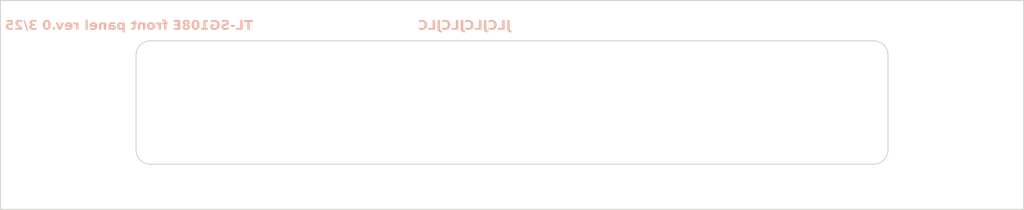
<source format=kicad_pcb>
(kicad_pcb
	(version 20241229)
	(generator "pcbnew")
	(generator_version "9.0")
	(general
		(thickness 1.6)
		(legacy_teardrops no)
	)
	(paper "A4")
	(layers
		(0 "F.Cu" signal)
		(2 "B.Cu" signal)
		(9 "F.Adhes" user "F.Adhesive")
		(11 "B.Adhes" user "B.Adhesive")
		(13 "F.Paste" user)
		(15 "B.Paste" user)
		(5 "F.SilkS" user "F.Silkscreen")
		(7 "B.SilkS" user "B.Silkscreen")
		(1 "F.Mask" user)
		(3 "B.Mask" user)
		(17 "Dwgs.User" user "User.Drawings")
		(19 "Cmts.User" user "User.Comments")
		(21 "Eco1.User" user "User.Eco1")
		(23 "Eco2.User" user "User.Eco2")
		(25 "Edge.Cuts" user)
		(27 "Margin" user)
		(31 "F.CrtYd" user "F.Courtyard")
		(29 "B.CrtYd" user "B.Courtyard")
		(35 "F.Fab" user)
		(33 "B.Fab" user)
		(39 "User.1" user)
		(41 "User.2" user)
		(43 "User.3" user)
		(45 "User.4" user)
		(47 "User.5" user)
		(49 "User.6" user)
		(51 "User.7" user)
		(53 "User.8" user)
		(55 "User.9" user)
	)
	(setup
		(pad_to_mask_clearance 0)
		(allow_soldermask_bridges_in_footprints no)
		(tenting front back)
		(pcbplotparams
			(layerselection 0x00000000_00000000_55555555_5755f5ff)
			(plot_on_all_layers_selection 0x00000000_00000000_00000000_00000000)
			(disableapertmacros no)
			(usegerberextensions no)
			(usegerberattributes yes)
			(usegerberadvancedattributes yes)
			(creategerberjobfile yes)
			(dashed_line_dash_ratio 12.000000)
			(dashed_line_gap_ratio 3.000000)
			(svgprecision 4)
			(plotframeref no)
			(mode 1)
			(useauxorigin no)
			(hpglpennumber 1)
			(hpglpenspeed 20)
			(hpglpendiameter 15.000000)
			(pdf_front_fp_property_popups yes)
			(pdf_back_fp_property_popups yes)
			(pdf_metadata yes)
			(pdf_single_document no)
			(dxfpolygonmode yes)
			(dxfimperialunits yes)
			(dxfusepcbnewfont yes)
			(psnegative no)
			(psa4output no)
			(plot_black_and_white yes)
			(plotinvisibletext no)
			(sketchpadsonfab no)
			(plotpadnumbers no)
			(hidednponfab no)
			(sketchdnponfab yes)
			(crossoutdnponfab yes)
			(subtractmaskfromsilk no)
			(outputformat 1)
			(mirror no)
			(drillshape 1)
			(scaleselection 1)
			(outputdirectory "")
		)
	)
	(net 0 "")
	(gr_line
		(start 77.5 89.5)
		(end 229.5 89.5)
		(stroke
			(width 0.2)
			(type solid)
		)
		(layer "Edge.Cuts")
		(uuid "3a231338-51fd-48c2-8f3c-75ea162fdd3c")
	)
	(gr_line
		(start 232.5 92.5)
		(end 232.5 112.5)
		(stroke
			(width 0.2)
			(type solid)
		)
		(layer "Edge.Cuts")
		(uuid "3b6a72d6-ba83-48cf-a2c3-9233df07d41d")
	)
	(gr_arc
		(start 74.5 92.5)
		(mid 75.37868 90.37868)
		(end 77.5 89.5)
		(stroke
			(width 0.2)
			(type solid)
		)
		(layer "Edge.Cuts")
		(uuid "591209c1-cc75-4c32-9b83-180ff8418a89")
	)
	(gr_line
		(start 229.5 115.5)
		(end 77.5 115.5)
		(stroke
			(width 0.2)
			(type solid)
		)
		(layer "Edge.Cuts")
		(uuid "64992a08-dbad-4b9e-a456-01d4d3e79c04")
	)
	(gr_arc
		(start 229.5 89.5)
		(mid 231.62132 90.37868)
		(end 232.5 92.5)
		(stroke
			(width 0.2)
			(type solid)
		)
		(layer "Edge.Cuts")
		(uuid "7a77fde8-3f2b-4c84-87f1-7e25ac32032b")
	)
	(gr_arc
		(start 232.5 112.5)
		(mid 231.62132 114.62132)
		(end 229.5 115.5)
		(stroke
			(width 0.2)
			(type solid)
		)
		(layer "Edge.Cuts")
		(uuid "8daf9ea8-a908-4bd2-aa3a-5425b6cba689")
	)
	(gr_line
		(start 74.5 112.5)
		(end 74.5 92.5)
		(stroke
			(width 0.2)
			(type solid)
		)
		(layer "Edge.Cuts")
		(uuid "a5ad0817-5d26-450d-b161-bfa2c9d4daff")
	)
	(gr_arc
		(start 77.5 115.5)
		(mid 75.37868 114.62132)
		(end 74.5 112.5)
		(stroke
			(width 0.2)
			(type solid)
		)
		(layer "Edge.Cuts")
		(uuid "af7ca018-40c0-4434-a758-16999db11a2d")
	)
	(gr_rect
		(start 46 81)
		(end 261 125)
		(stroke
			(width 0.2)
			(type default)
		)
		(fill no)
		(layer "Edge.Cuts")
		(uuid "f1610e0e-2a58-46c0-be87-f390332966f8")
	)
	(gr_text "TL-SG108E front panel rev.0 3/25"
		(at 73 87.5 0)
		(layer "B.SilkS")
		(uuid "8d2e253c-75f5-49db-aa46-35cf1f0d2b32")
		(effects
			(font
				(face "Tahoma")
				(size 2 2)
				(thickness 0.3)
				(bold yes)
			)
			(justify bottom mirror)
		)
		(render_cache "TL-SG108E front panel rev.0 3/25" 0
			(polygon
				(pts
					(xy 96.162648 87.16) (xy 96.162648 85.510872) (xy 96.763852 85.510872) (xy 96.763852 85.127899)
					(xy 95.05061 85.127899) (xy 95.05061 85.510872) (xy 95.651692 85.510872) (xy 95.651692 87.16)
				)
			)
			(polygon
				(pts
					(xy 93.481838 87.16) (xy 94.839828 87.16) (xy 94.839828 85.127899) (xy 94.328872 85.127899) (xy 94.328872 86.777027)
					(xy 93.481838 86.777027)
				)
			)
			(polygon
				(pts
					(xy 92.391905 86.448764) (xy 93.297679 86.448764) (xy 93.297679 86.073607) (xy 92.391905 86.073607)
				)
			)
			(polygon
				(pts
					(xy 91.403576 87.199078) (xy 91.629643 87.187073) (xy 91.814148 87.154016) (xy 91.986673 87.102719)
					(xy 92.142655 87.041908) (xy 92.142655 86.558185) (xy 92.096249 86.558185) (xy 91.990398 86.637241)
					(xy 91.878139 86.702738) (xy 91.758827 86.755167) (xy 91.63438 86.794032) (xy 91.51536 86.816579)
					(xy 91.400767 86.823921) (xy 91.285362 86.814518) (xy 91.217477 86.801588) (xy 91.169835 86.784842)
					(xy 91.120413 86.757266) (xy 91.07971 86.720973) (xy 91.052529 86.674643) (xy 91.042829 86.612407)
					(xy 91.049611 86.564242) (xy 91.069361 86.523393) (xy 91.103035 86.487965) (xy 91.167913 86.447088)
					(xy 91.246406 86.418234) (xy 91.468422 86.36621) (xy 91.584229 86.338406) (xy 91.689096 86.306004)
					(xy 91.840322 86.239415) (xy 91.950603 86.164409) (xy 92.027983 86.081789) (xy 92.083551 85.983173)
					(xy 92.118201 85.866924) (xy 92.130443 85.728859) (xy 92.120613 85.617999) (xy 92.091987 85.518143)
					(xy 92.044795 85.427107) (xy 91.977851 85.343312) (xy 91.888642 85.265896) (xy 91.764241 85.190401)
					(xy 91.624015 85.135245) (xy 91.465277 85.100842) (xy 91.284752 85.08882) (xy 91.103754 85.09805)
					(xy 90.923394 85.125823) (xy 90.749709 85.170271) (xy 90.601604 85.225596) (xy 90.601604 85.690635)
					(xy 90.646667 85.690635) (xy 90.769574 85.60452) (xy 90.923394 85.529678) (xy 91.033692 85.49304)
					(xy 91.145189 85.471246) (xy 91.25874 85.463977) (xy 91.379029 85.473381) (xy 91.432379 85.486621)
					(xy 91.491015 85.509406) (xy 91.535336 85.535888) (xy 91.573691 85.573032) (xy 91.599897 85.617947)
					(xy 91.608496 85.667309) (xy 91.594371 85.737879) (xy 91.553175 85.79114) (xy 91.483254 85.830236)
					(xy 91.33934 85.873817) (xy 91.141992 85.919002) (xy 90.939026 85.979085) (xy 90.803391 86.039596)
					(xy 90.700348 86.10844) (xy 90.624197 86.184982) (xy 90.568641 86.276328) (xy 90.533572 86.388302)
					(xy 90.521004 86.526189) (xy 90.530894 86.644926) (xy 90.559555 86.75113) (xy 90.606457 86.847089)
					(xy 90.672385 86.934517) (xy 90.759385 87.014431) (xy 90.882 87.091692) (xy 91.027276 87.149291)
					(xy 91.199431 87.186)
				)
			)
			(polygon
				(pts
					(xy 88.560223 87.04777) (xy 88.704798 87.09906) (xy 88.907902 87.154748) (xy 89.12167 87.194041)
					(xy 89.329343 87.206894) (xy 89.522325 87.194666) (xy 89.692216 87.159686) (xy 89.842354 87.103706)
					(xy 89.975521 87.027341) (xy 90.093824 86.930045) (xy 90.192847 86.814919) (xy 90.271165 86.681878)
					(xy 90.329119 86.528252) (xy 90.365702 86.350515) (xy 90.378611 86.144438) (xy 90.366136 85.952435)
					(xy 90.33037 85.782694) (xy 90.272954 85.631958) (xy 90.19435 85.497529) (xy 90.093824 85.377393)
					(xy 89.975158 85.276124) (xy 89.840535 85.196599) (xy 89.687666 85.13821) (xy 89.513491 85.101639)
					(xy 89.314323 85.08882) (xy 89.143372 85.095056) (xy 89.006763 85.111995) (xy 88.898988 85.137302)
					(xy 88.739144 85.19337) (xy 88.568405 85.268949) (xy 88.568405 85.745345) (xy 88.614811 85.745345)
					(xy 88.72069 85.665233) (xy 88.855268 85.576939) (xy 88.935748 85.537712) (xy 89.032222 85.502812)
					(xy 89.134702 85.47967) (xy 89.244713 85.471793) (xy 89.371955 85.482346) (xy 89.483827 85.512704)
					(xy 89.585447 85.564256) (xy 89.676413 85.638244) (xy 89.747412 85.728999) (xy 89.804152 85.845607)
					(xy 89.838845 85.977258) (xy 89.85129 86.137477) (xy 89.838151 86.316698) (xy 89.802059 86.45954)
					(xy 89.746434 86.573027) (xy 89.672383 86.662599) (xy 89.578424 86.734333) (xy 89.467892 86.786881)
					(xy 89.337569 86.819997) (xy 89.183286 86.831737) (xy 89.11905 86.830394) (xy 89.054815 86.826242)
					(xy 89.054815 86.425317) (xy 89.449633 86.425317) (xy 89.449633 86.042344) (xy 88.560223 86.042344)
				)
			)
			(polygon
				(pts
					(xy 86.774563 87.16) (xy 88.118876 87.16) (xy 88.118876 86.80829) (xy 87.689985 86.80829) (xy 87.689985 85.729713)
					(xy 88.118876 85.729713) (xy 88.118876 85.401451) (xy 87.931786 85.389361) (xy 87.844041 85.37241)
					(xy 87.782798 85.350282) (xy 87.723981 85.311773) (xy 87.681193 85.263332) (xy 87.653183 85.203993)
					(xy 87.639427 85.127899) (xy 87.193928 85.127899) (xy 87.193928 86.80829) (xy 86.774563 86.80829)
				)
			)
			(polygon
				(pts
					(xy 85.849787 85.096812) (xy 85.968232 85.119426) (xy 86.070533 85.155132) (xy 86.164704 85.207004)
					(xy 86.246234 85.273793) (xy 86.316364 85.356632) (xy 86.373709 85.452155) (xy 86.420118 85.561323)
					(xy 86.455094 85.685994) (xy 86.485414 85.887212) (xy 86.496737 86.147857) (xy 86.485379 86.401731)
					(xy 86.454361 86.606301) (xy 86.419051 86.734412) (xy 86.37373 86.843587) (xy 86.319173 86.936273)
					(xy 86.249956 87.019262) (xy 86.169311 87.086546) (xy 86.076029 87.139239) (xy 85.974484 87.175469)
					(xy 85.854409 87.198635) (xy 85.712473 87.206894) (xy 85.569698 87.198616) (xy 85.449291 87.175433)
					(xy 85.347819 87.139239) (xy 85.254343 87.08667) (xy 85.174137 87.020267) (xy 85.105896 86.939082)
					(xy 85.051479 86.847134) (xy 85.006132 86.737794) (xy 84.970708 86.608377) (xy 84.939675 86.401823)
					(xy 84.928332 86.146514) (xy 85.440631 86.146514) (xy 85.449724 86.399784) (xy 85.472577 86.56921)
					(xy 85.503524 86.676521) (xy 85.54233 86.747456) (xy 85.589189 86.79443) (xy 85.644908 86.822132)
					(xy 85.712473 86.831737) (xy 85.780105 86.82213) (xy 85.835886 86.794423) (xy 85.882803 86.747447)
					(xy 85.921667 86.676521) (xy 85.952587 86.569271) (xy 85.97538 86.400602) (xy 85.984438 86.1492)
					(xy 85.975286 85.892069) (xy 85.952412 85.722247) (xy 85.921667 85.616507) (xy 85.882951 85.547005)
					(xy 85.836116 85.500809) (xy 85.78029 85.473473) (xy 85.712473 85.463977) (xy 85.644026 85.473517)
					(xy 85.587952 85.500915) (xy 85.541177 85.547112) (xy 85.502791 85.616507) (xy 85.472317 85.722167)
					(xy 85.449678 85.891239) (xy 85.440631 86.146514) (xy 84.928332 86.146514) (xy 84.939412 85.89849)
					(xy 84.969975 85.694176) (xy 85.00489 85.565674) (xy 85.050014 85.456269) (xy 85.104553 85.363471)
					(xy 85.173717 85.279413) (xy 85.253753 85.211262) (xy 85.345743 85.157819) (xy 85.445977 85.121058)
					(xy 85.566898 85.097344) (xy 85.712473 85.08882)
				)
			)
			(polygon
				(pts
					(xy 84.100247 85.100361) (xy 84.248237 85.133028) (xy 84.382026 85.186316) (xy 84.483932 85.250753)
					(xy 84.571173 85.334747) (xy 84.631454 85.42612) (xy 84.668311 85.527248) (xy 84.680669 85.63568)
					(xy 84.672578 85.73529) (xy 84.648875 85.82681) (xy 84.609717 85.911796) (xy 84.554158 85.986237)
					(xy 84.472741 86.056514) (xy 84.359612 86.1227) (xy 84.359612 86.13076) (xy 84.477114 86.189699)
					(xy 84.568926 86.254214) (xy 84.639026 86.323956) (xy 84.691614 86.405725) (xy 84.723929 86.501136)
					(xy 84.735258 86.61375) (xy 84.723594 86.732055) (xy 84.688852 86.843705) (xy 84.630256 86.944657)
					(xy 84.545359 87.032749) (xy 84.436805 87.102721) (xy 84.292567 87.16) (xy 84.131124 87.194432)
					(xy 83.933286 87.206894) (xy 83.746813 87.1947) (xy 83.59098 87.16061) (xy 83.450138 87.104199)
					(xy 83.337578 87.032749) (xy 83.245668 86.942816) (xy 83.179797 86.838942) (xy 83.139473 86.722816)
					(xy 83.128384 86.619856) (xy 83.629937 86.619856) (xy 83.637252 86.687876) (xy 83.656559 86.735261)
					(xy 83.687157 86.774787) (xy 83.726901 86.809389) (xy 83.768979 86.833035) (xy 83.817882 86.849933)
					(xy 83.90874 86.863) (xy 84.003746 86.852891) (xy 84.081775 86.824342) (xy 84.14651 86.778126)
					(xy 84.195855 86.71632) (xy 84.226001 86.641739) (xy 84.236636 86.550614) (xy 84.226073 86.459401)
					(xy 84.194992 86.377323) (xy 84.149357 86.303487) (xy 84.099982 86.245066) (xy 83.968213 86.298189)
					(xy 83.854029 86.345816) (xy 83.729476 86.415632) (xy 83.672313 86.466106) (xy 83.64163 86.527428)
					(xy 83.629937 86.619856) (xy 83.128384 86.619856) (xy 83.125819 86.596043) (xy 83.136967 86.475807)
					(xy 83.169048 86.37093) (xy 83.22144 86.278405) (xy 83.293012 86.199241) (xy 83.390524 86.127722)
					(xy 83.519295 86.064204) (xy 83.519295 86.056022) (xy 83.408662 85.996141) (xy 83.324224 85.93103)
					(xy 83.261741 85.860872) (xy 83.21496 85.779958) (xy 83.187138 85.693713) (xy 83.183739 85.659982)
					(xy 83.672313 85.659982) (xy 83.678765 85.740129) (xy 83.696981 85.807749) (xy 83.727523 85.871501)
					(xy 83.774773 85.941716) (xy 83.914846 85.888715) (xy 84.005704 85.84927) (xy 84.085096 85.802797)
					(xy 84.134787 85.757435) (xy 84.165389 85.701684) (xy 84.17643 85.626032) (xy 84.16887 85.574784)
					(xy 84.146437 85.529555) (xy 84.107431 85.488524) (xy 84.058619 85.458405) (xy 83.999198 85.439476)
					(xy 83.926447 85.432714) (xy 83.850434 85.440257) (xy 83.789612 85.461253) (xy 83.740701 85.49463)
					(xy 83.703113 85.539849) (xy 83.680319 85.59406) (xy 83.672313 85.659982) (xy 83.183739 85.659982)
					(xy 83.177721 85.600265) (xy 83.190125 85.493604) (xy 83.226936 85.395589) (xy 83.286442 85.30872)
					(xy 83.368963 85.234389) (xy 83.467681 85.177212) (xy 83.599284 85.128998) (xy 83.745851 85.099555)
					(xy 83.927791 85.08882)
				)
			)
			(polygon
				(pts
					(xy 82.828942 87.16) (xy 82.828942 85.127899) (xy 81.453122 85.127899) (xy 81.453122 85.510872)
					(xy 82.320673 85.510872) (xy 82.320673 85.870397) (xy 81.52151 85.870397) (xy 81.52151 86.25337)
					(xy 82.320673 86.25337) (xy 82.320673 86.777027) (xy 81.453122 86.777027) (xy 81.453122 87.16)
				)
			)
			(polygon
				(pts
					(xy 79.33517 85.393635) (xy 79.372051 85.393635) (xy 79.457536 85.37434) (xy 79.567445 85.362372)
					(xy 79.663103 85.369893) (xy 79.725706 85.388896) (xy 79.764916 85.415861) (xy 79.791323 85.455446)
					(xy 79.810016 85.518811) (xy 79.817428 85.615774) (xy 79.817428 85.628108) (xy 79.43763 85.628108)
					(xy 79.43763 85.964187) (xy 79.801064 85.964187) (xy 79.801064 87.16) (xy 80.279291 87.16) (xy 80.279291 85.964187)
					(xy 80.470533 85.964187) (xy 80.470533 85.628108) (xy 80.279291 85.628108) (xy 80.279291 85.585488)
					(xy 80.268635 85.443315) (xy 80.239147 85.328257) (xy 80.193303 85.235215) (xy 80.131768 85.160261)
					(xy 80.054494 85.101743) (xy 79.957385 85.057582) (xy 79.836039 85.028902) (xy 79.684926 85.018478)
					(xy 79.490997 85.02605) (xy 79.33517 85.045833)
				)
			)
			(polygon
				(pts
					(xy 78.217149 86.081423) (xy 78.256716 86.081423) (xy 78.336095 86.069699) (xy 78.450767 86.065792)
					(xy 78.526597 86.071054) (xy 78.60867 86.087529) (xy 78.769138 86.139064) (xy 78.769138 87.16)
					(xy 79.247365 87.16) (xy 79.247365 85.628108) (xy 78.769138 85.628108) (xy 78.769138 85.852445)
					(xy 78.678279 85.776974) (xy 78.5724 85.70419) (xy 78.517623 85.675778) (xy 78.4515 85.650579)
					(xy 78.383013 85.633496) (xy 78.320952 85.628108) (xy 78.26905 85.629452) (xy 78.217149 85.633482)
				)
			)
			(polygon
				(pts
					(xy 77.50529 85.590921) (xy 77.636836 85.618502) (xy 77.751171 85.662338) (xy 77.850804 85.721794)
					(xy 77.937613 85.797247) (xy 78.010093 85.886498) (xy 78.067451 85.988712) (xy 78.109852 86.105784)
					(xy 78.136556 86.240171) (xy 78.145952 86.394787) (xy 78.136614 86.547393) (xy 78.11002 86.680623)
					(xy 78.067691 86.797251) (xy 78.010296 86.899616) (xy 77.937613 86.989518) (xy 77.850731 87.065493)
					(xy 77.751057 87.125321) (xy 77.636721 87.169409) (xy 77.505213 87.197137) (xy 77.353506 87.206894)
					(xy 77.20058 87.197096) (xy 77.068432 87.16929) (xy 76.953935 87.125153) (xy 76.854496 87.065354)
					(xy 76.768178 86.989518) (xy 76.68036 86.875339) (xy 76.616061 86.740971) (xy 76.575545 86.582489)
					(xy 76.561388 86.397473) (xy 77.051622 86.397473) (xy 77.057877 86.534784) (xy 77.073482 86.624863)
					(xy 77.101128 86.702437) (xy 77.137718 86.765303) (xy 77.178872 86.807762) (xy 77.232728 86.838576)
					(xy 77.292393 86.857061) (xy 77.349476 86.863) (xy 77.416995 86.856725) (xy 77.476604 86.838576)
					(xy 77.528855 86.807244) (xy 77.572226 86.761151) (xy 77.604331 86.704047) (xy 77.632309 86.62352)
					(xy 77.649005 86.530542) (xy 77.655512 86.397473) (xy 77.648741 86.263693) (xy 77.630966 86.165321)
					(xy 77.60069 86.079474) (xy 77.565387 86.020118) (xy 77.518135 85.972276) (xy 77.469766 85.944769)
					(xy 77.415729 85.930201) (xy 77.353506 85.925108) (xy 77.287732 85.930962) (xy 77.231995 85.947578)
					(xy 77.182644 85.977577) (xy 77.136374 86.026957) (xy 77.102317 86.087134) (xy 77.074214 86.171427)
					(xy 77.05785 86.267433) (xy 77.051622 86.397473) (xy 76.561388 86.397473) (xy 76.561182 86.394787)
					(xy 76.570511 86.241477) (xy 76.597066 86.10778) (xy 76.6393 85.990887) (xy 76.696518 85.888433)
					(xy 76.768911 85.79859) (xy 76.855488 85.722684) (xy 76.955021 85.66287) (xy 77.069413 85.618759)
					(xy 77.201215 85.590992) (xy 77.353506 85.581214)
				)
			)
			(polygon
				(pts
					(xy 74.869434 87.16) (xy 75.350348 87.16) (xy 75.350348 86.398328) (xy 75.35792 86.212948) (xy 75.369856 86.127044)
					(xy 75.385886 86.076905) (xy 75.416399 86.031839) (xy 75.45696 86.002411) (xy 75.507877 85.986094)
					(xy 75.581158 85.979818) (xy 75.639636 85.985168) (xy 75.700104 86.001678) (xy 75.759999 86.028833)
					(xy 75.828454 86.071409) (xy 75.828454 87.16) (xy 76.306681 87.16) (xy 76.306681 85.628108) (xy 75.828454 85.628108)
					(xy 75.828454 85.793217) (xy 75.709353 85.702123) (xy 75.59972 85.637267) (xy 75.483601 85.59551)
					(xy 75.353035 85.581214) (xy 75.237267 85.591453) (xy 75.14115 85.620265) (xy 75.060872 85.666188)
					(xy 74.993754 85.729713) (xy 74.942462 85.806308) (xy 74.903665 85.900902) (xy 74.878527 86.017256)
					(xy 74.869434 86.159947)
				)
			)
			(polygon
				(pts
					(xy 73.92739 87.191263) (xy 74.076966 87.182095) (xy 74.193733 87.157261) (xy 74.284007 87.119835)
					(xy 74.352983 87.071461) (xy 74.407633 87.007614) (xy 74.449059 86.92434) (xy 74.476229 86.81691)
					(xy 74.486217 86.679207) (xy 74.486217 85.964187) (xy 74.669277 85.964187) (xy 74.669277 85.628108)
					(xy 74.486217 85.628108) (xy 74.486217 85.190425) (xy 74.00799 85.190425) (xy 74.00799 85.628108)
					(xy 73.547592 85.628108) (xy 73.547592 85.964187) (xy 74.00799 85.964187) (xy 74.00799 86.504818)
					(xy 74.006646 86.644647) (xy 74.000317 86.702282) (xy 73.984787 86.751992) (xy 73.958659 86.794165)
					(xy 73.917131 86.827341) (xy 73.862262 86.847251) (xy 73.775715 86.855184) (xy 73.675331 86.838698)
					(xy 73.588625 86.80829) (xy 73.547592 86.80829) (xy 73.547592 87.147299) (xy 73.712944 87.179539)
				)
			)
			(polygon
				(pts
					(xy 71.682465 85.587808) (xy 71.766181 85.606775) (xy 71.840945 85.63739) (xy 71.947584 85.700917)
					(xy 72.05539 85.783813) (xy 72.05539 85.628108) (xy 72.533618 85.628108) (xy 72.533618 87.722735)
					(xy 72.05539 87.722735) (xy 72.05539 87.084528) (xy 71.95994 87.133213) (xy 71.875139 87.165251)
					(xy 71.786226 87.184314) (xy 71.675593 87.191263) (xy 71.544523 87.177178) (xy 71.426098 87.135811)
					(xy 71.317178 87.06637) (xy 71.215805 86.965338) (xy 71.136777 86.848223) (xy 71.078733 86.712566)
					(xy 71.042214 86.554974) (xy 71.02984 86.378545) (xy 71.518544 86.378545) (xy 71.529696 86.528381)
					(xy 71.559284 86.638736) (xy 71.603297 86.718775) (xy 71.667466 86.780019) (xy 71.75178 86.817991)
					(xy 71.862805 86.831737) (xy 71.971371 86.82502) (xy 72.05539 86.801939) (xy 72.05539 86.037581)
					(xy 71.992677 86.00164) (xy 71.93046 85.976643) (xy 71.866399 85.961389) (xy 71.802721 85.956371)
					(xy 71.710479 85.968454) (xy 71.640608 86.001951) (xy 71.587543 86.05651) (xy 71.552466 86.127236)
					(xy 71.528003 86.230922) (xy 71.518544 86.378545) (xy 71.02984 86.378545) (xy 71.029326 86.371217)
					(xy 71.039869 86.185905) (xy 71.069284 86.030853) (xy 71.114994 85.90137) (xy 71.175505 85.793461)
					(xy 71.256858 85.699932) (xy 71.35083 85.634754) (xy 71.459865 85.595064) (xy 71.588154 85.581214)
				)
			)
			(polygon
				(pts
					(xy 70.370814 85.588208) (xy 70.529972 85.60918) (xy 70.759438 85.65754) (xy 70.759438 86.026713)
					(xy 70.718405 86.026713) (xy 70.609032 85.983089) (xy 70.497121 85.948066) (xy 70.386581 85.924331)
					(xy 70.29904 85.917292) (xy 70.173943 85.923923) (xy 70.0829 85.941271) (xy 70.018283 85.966263)
					(xy 69.967253 86.006512) (xy 69.936035 86.06358) (xy 69.924616 86.143461) (xy 69.924616 86.151765)
					(xy 70.312718 86.190233) (xy 70.484959 86.225865) (xy 70.622784 86.278161) (xy 70.703431 86.325442)
					(xy 70.768416 86.381222) (xy 70.819644 86.445833) (xy 70.856025 86.519405) (xy 70.87944 86.61052)
					(xy 70.887909 86.723293) (xy 70.879068 86.825651) (xy 70.853547 86.916097) (xy 70.811887 86.996845)
					(xy 70.753332 87.069508) (xy 70.681807 87.129562) (xy 70.602748 87.17204) (xy 70.5146 87.197944)
					(xy 70.415177 87.206894) (xy 70.312012 87.2015) (xy 70.245062 87.188087) (xy 70.12001 87.136796)
					(xy 70.058593 87.102382) (xy 70.015596 87.071217) (xy 69.927424 86.997456) (xy 69.927424 87.16)
					(xy 69.452006 87.16) (xy 69.452006 86.761273) (xy 69.927424 86.761273) (xy 69.984029 86.807684)
					(xy 70.046249 86.842117) (xy 70.112184 86.863869) (xy 70.17472 86.870816) (xy 70.279554 86.859442)
					(xy 70.346179 86.830516) (xy 70.376612 86.798875) (xy 70.396576 86.751383) (xy 70.404186 86.681894)
					(xy 70.39487 86.613321) (xy 70.369382 86.563558) (xy 70.328556 86.525348) (xy 70.271685 86.497124)
					(xy 70.198443 86.475351) (xy 70.124162 86.462198) (xy 69.927424 86.440949) (xy 69.927424 86.761273)
					(xy 69.452006 86.761273) (xy 69.452006 86.115617) (xy 69.464535 85.982856) (xy 69.499612 85.874588)
					(xy 69.555471 85.78578) (xy 69.633112 85.713105) (xy 69.724624 85.660799) (xy 69.846176 85.619412)
					(xy 70.005174 85.591565) (xy 70.210258 85.581214)
				)
			)
			(polygon
				(pts
					(xy 67.661339 87.16) (xy 68.142253 87.16) (xy 68.142253 86.398328) (xy 68.149825 86.212948) (xy 68.161761 86.127044)
					(xy 68.177791 86.076905) (xy 68.208304 86.031839) (xy 68.248865 86.002411) (xy 68.299782 85.986094)
					(xy 68.373063 85.979818) (xy 68.431541 85.985168) (xy 68.492009 86.001678) (xy 68.551904 86.028833)
					(xy 68.620359 86.071409) (xy 68.620359 87.16) (xy 69.098586 87.16) (xy 69.098586 85.628108) (xy 68.620359 85.628108)
					(xy 68.620359 85.793217) (xy 68.501259 85.702123) (xy 68.391625 85.637267) (xy 68.275506 85.59551)
					(xy 68.14494 85.581214) (xy 68.029172 85.591453) (xy 67.933055 85.620265) (xy 67.852777 85.666188)
					(xy 67.785659 85.729713) (xy 67.734367 85.806308) (xy 67.69557 85.900902) (xy 67.670432 86.017256)
					(xy 67.661339 86.159947)
				)
			)
			(polygon
				(pts
					(xy 66.755798 85.591239) (xy 66.891697 85.619735) (xy 67.009927 85.665046) (xy 67.113058 85.726526)
					(xy 67.203018 85.804574) (xy 67.278868 85.897281) (xy 67.338398 86.001529) (xy 67.382028 86.118951)
					(xy 67.409282 86.251701) (xy 67.418806 86.402358) (xy 67.408438 86.55647) (xy 67.378994 86.689546)
					(xy 67.332157 86.804856) (xy 67.26846 86.905061) (xy 67.187264 86.992083) (xy 67.092851 87.062685)
					(xy 66.981924 87.11951) (xy 66.851891 87.162176) (xy 66.699554 87.189404) (xy 66.521214 87.199078)
					(xy 66.319713 87.187355) (xy 66.159124 87.155237) (xy 66.025889 87.114815) (xy 65.918667 87.071584)
					(xy 65.918667 86.675422) (xy 65.969225 86.675422) (xy 66.050558 86.729766) (xy 66.159124 86.786919)
					(xy 66.228378 86.814244) (xy 66.306646 86.836378) (xy 66.387873 86.850474) (xy 66.470655 86.855184)
					(xy 66.565518 86.850469) (xy 66.649685 86.836988) (xy 66.727583 86.812353) (xy 66.793056 86.776905)
					(xy 66.849389 86.728218) (xy 66.894173 86.664187) (xy 66.923758 86.587678) (xy 66.939235 86.487843)
					(xy 65.891433 86.487843) (xy 65.891433 86.31553) (xy 65.89979 86.19866) (xy 66.3627 86.19866) (xy 66.940701 86.19866)
					(xy 66.926484 86.105348) (xy 66.897235 86.03037) (xy 66.853995 85.970048) (xy 66.796591 85.924384)
					(xy 66.725296 85.896119) (xy 66.636008 85.886029) (xy 66.548509 85.895931) (xy 66.482656 85.923011)
					(xy 66.433164 85.965896) (xy 66.397819 86.022879) (xy 66.373608 86.0987) (xy 66.3627 86.19866)
					(xy 65.89979 86.19866) (xy 65.904137 86.137879) (xy 65.939525 85.991462) (xy 65.994819 85.870745)
					(xy 66.06912 85.771357) (xy 66.163444 85.691687) (xy 66.279815 85.632651) (xy 66.422965 85.59484)
					(xy 66.599127 85.581214)
				)
			)
			(polygon
				(pts
					(xy 65.167742 87.16) (xy 65.645969 87.16) (xy 65.645969 85.03411) (xy 65.167742 85.03411)
				)
			)
			(polygon
				(pts
					(xy 62.952948 86.081423) (xy 62.992515 86.081423) (xy 63.071894 86.069699) (xy 63.186566 86.065792)
					(xy 63.262396 86.071054) (xy 63.344469 86.087529) (xy 63.504937 86.139064) (xy 63.504937 87.16)
					(xy 63.983164 87.16) (xy 63.983164 85.628108) (xy 63.504937 85.628108) (xy 63.504937 85.852445)
					(xy 63.414078 85.776974) (xy 63.308199 85.70419) (xy 63.253422 85.675778) (xy 63.187299 85.650579)
					(xy 63.118812 85.633496) (xy 63.056751 85.628108) (xy 63.004849 85.629452) (xy 62.952948 85.633482)
				)
			)
			(polygon
				(pts
					(xy 62.218742 85.591239) (xy 62.354642 85.619735) (xy 62.472872 85.665046) (xy 62.576003 85.726526)
					(xy 62.665962 85.804574) (xy 62.741813 85.897281) (xy 62.801343 86.001529) (xy 62.844973 86.118951)
					(xy 62.872227 86.251701) (xy 62.881751 86.402358) (xy 62.871383 86.55647) (xy 62.841939 86.689546)
					(xy 62.795102 86.804856) (xy 62.731405 86.905061) (xy 62.650209 86.992083) (xy 62.555796 87.062685)
					(xy 62.444869 87.11951) (xy 62.314836 87.162176) (xy 62.162499 87.189404) (xy 61.984159 87.199078)
					(xy 61.782658 87.187355) (xy 61.622069 87.155237) (xy 61.488834 87.114815) (xy 61.381611 87.071584)
					(xy 61.381611 86.675422) (xy 61.43217 86.675422) (xy 61.513503 86.729766) (xy 61.622069 86.786919)
					(xy 61.691323 86.814244) (xy 61.769591 86.836378) (xy 61.850818 86.850474) (xy 61.9336 86.855184)
					(xy 62.028463 86.850469) (xy 62.11263 86.836988) (xy 62.190527 86.812353) (xy 62.256001 86.776905)
					(xy 62.312334 86.728218) (xy 62.357117 86.664187) (xy 62.386703 86.587678) (xy 62.40218 86.487843)
					(xy 61.354378 86.487843) (xy 61.354378 86.31553) (xy 61.362735 86.19866) (xy 61.825645 86.19866)
					(xy 62.403646 86.19866) (xy 62.389429 86.105348) (xy 62.36018 86.03037) (xy 62.316939 85.970048)
					(xy 62.259536 85.924384) (xy 62.188241 85.896119) (xy 62.098953 85.886029) (xy 62.011454 85.895931)
					(xy 61.945601 85.923011) (xy 61.896109 85.965896) (xy 61.860764 86.022879) (xy 61.836552 86.0987)
					(xy 61.825645 86.19866) (xy 61.362735 86.19866) (xy 61.367081 86.137879) (xy 61.40247 85.991462)
					(xy 61.457764 85.870745) (xy 61.532065 85.771357) (xy 61.626388 85.691687) (xy 61.74276 85.632651)
					(xy 61.88591 85.59484) (xy 62.062072 85.581214)
				)
			)
			(polygon
				(pts
					(xy 59.673011 85.628108) (xy 60.223534 87.16) (xy 60.745481 87.16) (xy 61.291974 85.628108) (xy 60.7892 85.628108)
					(xy 60.474982 86.641594) (xy 60.164794 85.628108)
				)
			)
			(polygon
				(pts
					(xy 58.993161 87.16) (xy 59.476761 87.16) (xy 59.476761 86.620711) (xy 58.993161 86.620711)
				)
			)
			(polygon
				(pts
					(xy 58.045181 85.096812) (xy 58.163626 85.119426) (xy 58.265928 85.155132) (xy 58.360099 85.207004)
					(xy 58.441628 85.273793) (xy 58.511758 85.356632) (xy 58.569103 85.452155) (xy 58.615512 85.561323)
					(xy 58.650488 85.685994) (xy 58.680808 85.887212) (xy 58.692131 86.147857) (xy 58.680773 86.401731)
					(xy 58.649755 86.606301) (xy 58.614445 86.734412) (xy 58.569124 86.843587) (xy 58.514567 86.936273)
					(xy 58.445351 87.019262) (xy 58.364706 87.086546) (xy 58.271423 87.139239) (xy 58.169878 87.175469)
					(xy 58.049803 87.198635) (xy 57.907868 87.206894) (xy 57.765092 87.198616) (xy 57.644685 87.175433)
					(xy 57.543213 87.139239) (xy 57.449737 87.08667) (xy 57.369532 87.020267) (xy 57.30129 86.939082)
					(xy 57.246873 86.847134) (xy 57.201526 86.737794) (xy 57.166102 86.608377) (xy 57.13507 86.401823)
					(xy 57.123726 86.146514) (xy 57.636025 86.146514) (xy 57.645118 86.399784) (xy 57.667971 86.56921)
					(xy 57.698918 86.676521) (xy 57.737725 86.747456) (xy 57.784583 86.79443) (xy 57.840302 86.822132)
					(xy 57.907868 86.831737) (xy 57.9755 86.82213) (xy 58.031281 86.794423) (xy 58.078197 86.747447)
					(xy 58.117062 86.676521) (xy 58.147981 86.569271) (xy 58.170774 86.400602) (xy 58.179832 86.1492)
					(xy 58.17068 85.892069) (xy 58.147806 85.722247) (xy 58.117062 85.616507) (xy 58.078345 85.547005)
					(xy 58.031511 85.500809) (xy 57.975684 85.473473) (xy 57.907868 85.463977) (xy 57.83942 85.473517)
					(xy 57.783347 85.500915) (xy 57.736571 85.547112) (xy 57.698185 85.616507) (xy 57.667711 85.722167)
					(xy 57.645072 85.891239) (xy 57.636025 86.146514) (xy 57.123726 86.146514) (xy 57.134806 85.89849)
					(xy 57.165369 85.694176) (xy 57.200284 85.565674) (xy 57.245408 85.456269) (xy 57.299947 85.363471)
					(xy 57.369111 85.279413) (xy 57.449147 85.211262) (xy 57.541137 85.157819) (xy 57.641371 85.121058)
					(xy 57.762293 85.097344) (xy 57.907868 85.08882)
				)
			)
			(polygon
				(pts
					(xy 54.547574 86.548904) (xy 54.56174 86.692842) (xy 54.602895 86.820624) (xy 54.645442 86.898378)
					(xy 54.699176 86.967734) (xy 54.764828 87.029452) (xy 54.88063 87.104539) (xy 55.018353 87.161099)
					(xy 55.172366 87.194474) (xy 55.372871 87.206894) (xy 55.60192 87.196146) (xy 55.780634 87.167205)
					(xy 55.942036 87.122813) (xy 56.057362 87.0783) (xy 56.057362 86.636343) (xy 56.008147 86.636343)
					(xy 55.889464 86.702989) (xy 55.745219 86.762739) (xy 55.596336 86.803624) (xy 55.469835 86.816106)
					(xy 55.309368 86.803039) (xy 55.227941 86.781451) (xy 55.163799 86.745642) (xy 55.121982 86.706997)
					(xy 55.089427 86.660523) (xy 55.069271 86.603974) (xy 55.061339 86.517397) (xy 55.072244 86.433338)
					(xy 55.101029 86.377079) (xy 55.14649 86.335147) (xy 55.206175 86.305882) (xy 55.275461 86.288009)
					(xy 55.363346 86.279626) (xy 55.524546 86.276817) (xy 55.611985 86.276817) (xy 55.611985 85.925108)
					(xy 55.531385 85.925108) (xy 55.360659 85.916803) (xy 55.286261 85.903801) (xy 55.228035 85.883709)
					(xy 55.178921 85.852026) (xy 55.142672 85.81068) (xy 55.12032 85.75843) (xy 55.111898 85.683796)
					(xy 55.119533 85.625778) (xy 55.140596 85.582435) (xy 55.172794 85.547348) (xy 55.211671 85.521008)
					(xy 55.263557 85.500725) (xy 55.326343 85.487913) (xy 55.43845 85.479609) (xy 55.51368 85.483999)
					(xy 55.591468 85.497438) (xy 55.743143 85.542379) (xy 55.863433 85.599043) (xy 55.956245 85.651556)
					(xy 55.998621 85.651556) (xy 55.998621 85.216926) (xy 55.883665 85.175449) (xy 55.715177 85.130464)
					(xy 55.535314 85.099268) (xy 55.351011 85.08882) (xy 55.175537 85.097298) (xy 55.03606 85.120327)
					(xy 54.909662 85.160075) (xy 54.80867 85.211796) (xy 54.716906 85.285653) (xy 54.652843 85.375195)
					(xy 54.614259 85.479093) (xy 54.600942 85.598555) (xy 54.612393 85.710809) (xy 54.645823 85.811288)
					(xy 54.701447 85.902637) (xy 54.775481 85.979456) (xy 54.862759 86.035301) (xy 54.965718 86.071409)
					(xy 54.965718 86.090216) (xy 54.824302 86.127096) (xy 54.757661 86.160258) (xy 54.689724 86.211727)
					(xy 54.634342 86.271516) (xy 54.587875 86.348991) (xy 54.55822 86.438133)
				)
			)
			(polygon
				(pts
					(xy 53.052564 85.03411) (xy 53.862718 87.605498) (xy 54.254849 87.605498) (xy 53.448726 85.03411)
				)
			)
			(polygon
				(pts
					(xy 51.099232 87.16) (xy 52.593876 87.16) (xy 52.593876 86.835523) (xy 52.253035 86.550614) (xy 52.107799 86.416625)
					(xy 51.987299 86.295868) (xy 51.852351 86.139591) (xy 51.771388 86.019263) (xy 51.733743 85.937768)
					(xy 51.711739 85.856397) (xy 51.704466 85.774043) (xy 51.714769 85.682822) (xy 51.743369 85.611591)
					(xy 51.789218 85.55569) (xy 51.849912 85.514952) (xy 51.927134 85.489018) (xy 52.025523 85.479609)
					(xy 52.101972 85.48444) (xy 52.172435 85.498538) (xy 52.312386 85.547142) (xy 52.431332 85.610767)
					(xy 52.505094 85.659371) (xy 52.544661 85.659371) (xy 52.544661 85.215704) (xy 52.445667 85.177862)
					(xy 52.275505 85.131807) (xy 52.093584 85.09929) (xy 51.923063 85.08882) (xy 51.739745 85.100698)
					(xy 51.591127 85.133465) (xy 51.471052 85.183943) (xy 51.374494 85.250631) (xy 51.294458 85.337612)
					(xy 51.236777 85.440169) (xy 51.200755 85.561417) (xy 51.188014 85.705778) (xy 51.197267 85.824567)
					(xy 51.225214 85.942317) (xy 51.272766 86.060296) (xy 51.336461 86.170937) (xy 51.428418 86.294371)
					(xy 51.554134 86.432522) (xy 51.677656 86.549883) (xy 51.793248 86.649776) (xy 51.961287 86.784842)
					(xy 51.099232 86.784842)
				)
			)
			(polygon
				(pts
					(xy 49.363642 86.476364) (xy 49.377416 86.630468) (xy 49.41762 86.769944) (xy 49.459667 86.856081)
					(xy 49.513441 86.933632) (xy 49.579553 87.00344) (xy 49.694887 87.088725) (xy 49.832955 87.153649)
					(xy 49.932242 87.181929) (xy 50.051561 87.200288) (xy 50.194312 87.206894) (xy 50.413001 87.195623)
					(xy 50.584368 87.167693) (xy 50.739785 87.125679) (xy 50.854134 87.083185) (xy 50.854134 86.636343)
					(xy 50.807728 86.636343) (xy 50.721632 86.687756) (xy 50.595969 86.747595) (xy 50.449057 86.796933)
					(xy 50.372153 86.811098) (xy 50.283094 86.816106) (xy 50.202609 86.811369) (xy 50.112369 86.796322)
					(xy 50.02774 86.767632) (xy 49.964724 86.724881) (xy 49.927982 86.681352) (xy 49.900488 86.633534)
					(xy 49.883745 86.578314) (xy 49.877285 86.498712) (xy 49.884987 86.431419) (xy 49.906716 86.376835)
					(xy 49.940806 86.330462) (xy 49.983897 86.294281) (xy 50.058906 86.256973) (xy 50.151936 86.235052)
					(xy 50.321318 86.222107) (xy 50.43234 86.226487) (xy 50.539183 86.239448) (xy 50.722976 86.276817)
					(xy 50.766695 86.276817) (xy 50.766695 85.127899) (xy 49.419696 85.127899) (xy 49.419696 85.503056)
					(xy 50.284438 85.503056) (xy 50.284438 85.853789) (xy 50.186741 85.849026) (xy 50.098691 85.84695)
					(xy 49.955684 85.85456) (xy 49.828192 85.876381) (xy 49.709448 85.914369) (xy 49.608129 85.967117)
					(xy 49.536643 86.022776) (xy 49.476812 86.089521) (xy 49.427878 86.168496) (xy 49.393346 86.254973)
					(xy 49.371426 86.356638)
				)
			)
		)
	)
	(gr_text "JLCJLCJLCJLC"
		(at 143.5 87.5 0)
		(layer "B.SilkS")
		(uuid "f25b7cad-cb17-4b3d-ac31-beb1b3b94d8a")
		(effects
			(font
				(face "Tahoma")
				(size 2 2)
				(thickness 0.3)
				(bold yes)
			)
			(justify bottom mirror)
		)
		(render_cache "JLCJLCJLCJLC" 0
			(polygon
				(pts
					(xy 152.019678 86.563558) (xy 152.027175 86.668537) (xy 152.049668 86.768356) (xy 152.065107 86.812686)
					(xy 152.109677 86.901739) (xy 152.169565 86.979183) (xy 152.202371 87.011011) (xy 152.284895 87.073751)
					(xy 152.37786 87.122752) (xy 152.445637 87.147787) (xy 152.547043 87.172539) (xy 152.647946 87.186125)
					(xy 152.745856 87.191093) (xy 152.768526 87.191263) (xy 152.868109 87.18982) (xy 152.970873 87.185001)
					(xy 153.024004 87.181004) (xy 153.122873 87.170773) (xy 153.222585 87.154958) (xy 153.234053 87.152672)
					(xy 153.234053 86.753579) (xy 153.187159 86.753579) (xy 153.091538 86.786369) (xy 153.058198 86.796566)
					(xy 152.959051 86.813358) (xy 152.885274 86.816106) (xy 152.784941 86.809817) (xy 152.690007 86.784813)
					(xy 152.675714 86.778004) (xy 152.598056 86.714521) (xy 152.572155 86.671025) (xy 152.542683 86.574143)
					(xy 152.536984 86.516175) (xy 152.534316 86.416719) (xy 152.533565 86.319804) (xy 152.533565 85.503056)
					(xy 153.002023 85.503056) (xy 153.002023 85.127899) (xy 152.019678 85.127899)
				)
			)
			(polygon
				(pts
					(xy 150.26406 87.16) (xy 151.629866 87.16) (xy 151.629866 85.127899) (xy 151.115979 85.127899)
					(xy 151.115979 86.784842) (xy 150.26406 86.784842)
				)
			)
			(polygon
				(pts
					(xy 149.145428 87.222526) (xy 149.257619 87.218183) (xy 149.363873 87.205154) (xy 149.464188 87.183439)
					(xy 149.558565 87.153039) (xy 149.668185 87.102823) (xy 149.768528 87.039036) (xy 149.859592 86.961678)
					(xy 149.876691 86.944577) (xy 149.954653 86.852044) (xy 150.019401 86.748467) (xy 150.061686 86.657655)
					(xy 150.095514 86.559775) (xy 150.120884 86.454827) (xy 150.137798 86.342811) (xy 150.146255 86.223727)
					(xy 150.147312 86.161535) (xy 150.143076 86.042985) (xy 150.130368 85.930603) (xy 150.109187 85.824388)
					(xy 150.079535 85.72434) (xy 150.04141 85.630459) (xy 149.994813 85.542745) (xy 149.939744 85.461199)
					(xy 149.876203 85.385819) (xy 149.805357 85.318042) (xy 149.708514 85.246029) (xy 149.602464 85.188135)
					(xy 149.510995 85.151987) (xy 149.413633 85.124877) (xy 149.31038 85.106803) (xy 149.201234 85.097766)
					(xy 149.144451 85.096636) (xy 149.042029 85.099254) (xy 148.943082 85.107869) (xy 148.924632 85.110314)
					(xy 148.823173 85.128017) (xy 148.737542 85.148904) (xy 148.64039 85.182353) (xy 148.585135 85.20508)
					(xy 148.494345 85.245838) (xy 148.451778 85.266629) (xy 148.451778 85.753161) (xy 148.504046 85.753161)
					(xy 148.580257 85.686893) (xy 148.597347 85.672561) (xy 148.67781 85.611422) (xy 148.72533 85.580237)
					(xy 148.815188 85.531519) (xy 148.882623 85.503545) (xy 148.981421 85.47787) (xy 149.061897 85.471793)
					(xy 149.162232 85.479628) (xy 149.260265 85.505259) (xy 149.266084 85.507452) (xy 149.356332 85.555812)
					(xy 149.431892 85.619766) (xy 149.442427 85.630551) (xy 149.504204 85.710453) (xy 149.552023 85.803735)
					(xy 149.567968 85.844508) (xy 149.595779 85.94297) (xy 149.611045 86.042499) (xy 149.616626 86.140232)
					(xy 149.616817 86.163) (xy 149.612798 86.266903) (xy 149.598907 86.37084) (xy 149.572166 86.471176)
					(xy 149.566014 86.487843) (xy 149.523447 86.579251) (xy 149.467256 86.662152) (xy 149.432658 86.699846)
					(xy 149.353932 86.763566) (xy 149.260967 86.810476) (xy 149.254849 86.812686) (xy 149.156785 86.838698)
					(xy 149.058966 86.847369) (xy 148.959803 86.838698) (xy 148.865526 86.812686) (xy 148.775703 86.77363)
					(xy 148.710187 86.735505) (xy 148.62694 86.677603) (xy 148.589043 86.646601) (xy 148.513459 86.579551)
					(xy 148.498673 86.566001) (xy 148.451778 86.566001) (xy 148.451778 87.046671) (xy 148.541868 87.088375)
					(xy 148.582204 87.106755) (xy 148.676543 87.14446) (xy 148.734612 87.163419) (xy 148.833411 87.190181)
					(xy 148.914863 87.207383) (xy 149.01427 87.21874) (xy 149.118417 87.222393)
				)
			)
			(polygon
				(pts
					(xy 147.148498 86.563558) (xy 147.155996 86.668537) (xy 147.178489 86.768356) (xy 147.193928 86.812686)
					(xy 147.238498 86.901739) (xy 147.298385 86.979183) (xy 147.331192 87.011011) (xy 147.413716 87.073751)
					(xy 147.506681 87.122752) (xy 147.574458 87.147787) (xy 147.675864 87.172539) (xy 147.776767 87.186125)
					(xy 147.874676 87.191093) (xy 147.897347 87.191263) (xy 147.996929 87.18982) (xy 148.099694 87.185001)
					(xy 148.152825 87.181004) (xy 148.251694 87.170773) (xy 148.351406 87.154958) (xy 148.362874 87.152672)
					(xy 148.362874 86.753579) (xy 148.315979 86.753579) (xy 148.220358 86.786369) (xy 148.187019 86.796566)
					(xy 148.087872 86.813358) (xy 148.014095 86.816106) (xy 147.913761 86.809817) (xy 147.818827 86.784813)
					(xy 147.804535 86.778004) (xy 147.726877 86.714521) (xy 147.700976 86.671025) (xy 147.671503 86.574143)
					(xy 147.665805 86.516175) (xy 147.663137 86.416719) (xy 147.662385 86.319804) (xy 147.662385 85.503056)
					(xy 148.130843 85.503056) (xy 148.130843 85.127899) (xy 147.148498 85.127899)
				)
			)
			(polygon
				(pts
					(xy 145.392881 87.16) (xy 146.758687 87.16) (xy 146.758687 85.127899) (xy 146.2448 85.127899) (xy 146.2448 86.784842)
					(xy 145.392881 86.784842)
				)
			)
			(polygon
				(pts
					(xy 144.274249 87.222526) (xy 144.38644 87.218183) (xy 144.492693 87.205154) (xy 144.593008 87.183439)
					(xy 144.687385 87.153039) (xy 144.797006 87.102823) (xy 144.897348 87.039036) (xy 144.988412 86.961678)
					(xy 145.005512 86.944577) (xy 145.083474 86.852044) (xy 145.148222 86.748467) (xy 145.190507 86.657655)
					(xy 145.224334 86.559775) (xy 145.249705 86.454827) (xy 145.266619 86.342811) (xy 145.275076 86.223727)
					(xy 145.276133 86.161535) (xy 145.271897 86.042985) (xy 145.259188 85.930603) (xy 145.238008 85.824388)
					(xy 145.208355 85.72434) (xy 145.170231 85.630459) (xy 145.123634 85.542745) (xy 145.068565 85.461199)
					(xy 145.005023 85.385819) (xy 144.934178 85.318042) (xy 144.837334 85.246029) (xy 144.731284 85.188135)
					(xy 144.639815 85.151987) (xy 144.542454 85.124877) (xy 144.4392 85.106803) (xy 144.330054 85.097766)
					(xy 144.273272 85.096636) (xy 144.17085 85.099254) (xy 144.071903 85.107869) (xy 144.053453 85.110314)
					(xy 143.951994 85.128017) (xy 143.866363 85.148904) (xy 143.769211 85.182353) (xy 143.713956 85.20508)
					(xy 143.623166 85.245838) (xy 143.580599 85.266629) (xy 143.580599 85.753161) (xy 143.632867 85.753161)
					(xy 143.709078 85.686893) (xy 143.726168 85.672561) (xy 143.80663 85.611422) (xy 143.854151 85.580237)
					(xy 143.944008 85.531519) (xy 144.011443 85.503545) (xy 144.110241 85.47787) (xy 144.190718 85.471793)
					(xy 144.291053 85.479628) (xy 144.389086 85.505259) (xy 144.394905 85.507452) (xy 144.485152 85.555812)
					(xy 144.560713 85.619766) (xy 144.571248 85.630551) (xy 144.633024 85.710453) (xy 144.680844 85.803735)
					(xy 144.696789 85.844508) (xy 144.7246 85.94297) (xy 144.739865 86.042499) (xy 144.745447 86.140232)
					(xy 144.745637 86.163) (xy 144.741619 86.266903) (xy 144.727727 86.37084) (xy 144.700987 86.471176)
					(xy 144.694835 86.487843) (xy 144.652268 86.579251) (xy 144.596076 86.662152) (xy 144.561478 86.699846)
					(xy 144.482753 86.763566) (xy 144.389788 86.810476) (xy 144.383669 86.812686) (xy 144.285606 86.838698)
					(xy 144.187787 86.847369) (xy 144.088624 86.838698) (xy 143.994346 86.812686) (xy 143.904524 86.77363)
					(xy 143.839008 86.735505) (xy 143.75576 86.677603) (xy 143.717863 86.646601) (xy 143.64228 86.579551)
					(xy 143.627494 86.566001) (xy 143.580599 86.566001) (xy 143.580599 87.046671) (xy 143.670689 87.088375)
					(xy 143.711025 87.106755) (xy 143.805363 87.14446) (xy 143.863432 87.163419) (xy 143.962232 87.190181)
					(xy 144.043683 87.207383) (xy 144.14309 87.21874) (xy 144.247238 87.222393)
				)
			)
			(polygon
				(pts
					(xy 142.277319 86.563558) (xy 142.284817 86.668537) (xy 142.307309 86.768356) (xy 142.322748 86.812686)
					(xy 142.367318 86.901739) (xy 142.427206 86.979183) (xy 142.460013 87.011011) (xy 142.542536 87.073751)
					(xy 142.635501 87.122752) (xy 142.703279 87.147787) (xy 142.804685 87.172539) (xy 142.905588 87.186125)
					(xy 143.003497 87.191093) (xy 143.026168 87.191263) (xy 143.12575 87.18982) (xy 143.228515 87.185001)
					(xy 143.281646 87.181004) (xy 143.380514 87.170773) (xy 143.480227 87.154958) (xy 143.491695 87.152672)
					(xy 143.491695 86.753579) (xy 143.4448 86.753579) (xy 143.349179 86.786369) (xy 143.31584 86.796566)
					(xy 143.216692 86.813358) (xy 143.142916 86.816106) (xy 143.042582 86.809817) (xy 142.947648 86.784813)
					(xy 142.933355 86.778004) (xy 142.855698 86.714521) (xy 142.829796 86.671025) (xy 142.800324 86.574143)
					(xy 142.794625 86.516175) (xy 142.791957 86.416719) (xy 142.791206 86.319804) (xy 142.791206 85.503056)
					(xy 143.259664 85.503056) (xy 143.259664 85.127899) (xy 142.277319 85.127899)
				)
			)
			(polygon
				(pts
					(xy 140.521702 87.16) (xy 141.887508 87.16) (xy 141.887508 85.127899) (xy 141.373621 85.127899)
					(xy 141.373621 86.784842) (xy 140.521702 86.784842)
				)
			)
			(polygon
				(pts
					(xy 139.403069 87.222526) (xy 139.515261 87.218183) (xy 139.621514 87.205154) (xy 139.721829 87.183439)
					(xy 139.816206 87.153039) (xy 139.925827 87.102823) (xy 140.026169 87.039036) (xy 140.117233 86.961678)
					(xy 140.134332 86.944577) (xy 140.212295 86.852044) (xy 140.277043 86.748467) (xy 140.319327 86.657655)
					(xy 140.353155 86.559775) (xy 140.378526 86.454827) (xy 140.395439 86.342811) (xy 140.403896 86.223727)
					(xy 140.404953 86.161535) (xy 140.400717 86.042985) (xy 140.388009 85.930603) (xy 140.366829 85.824388)
					(xy 140.337176 85.72434) (xy 140.299051 85.630459) (xy 140.252454 85.542745) (xy 140.197385 85.461199)
					(xy 140.133844 85.385819) (xy 140.062998 85.318042) (xy 139.966155 85.246029) (xy 139.860105 85.188135)
					(xy 139.768636 85.151987) (xy 139.671275 85.124877) (xy 139.568021 85.106803) (xy 139.458875 85.097766)
					(xy 139.402092 85.096636) (xy 139.299671 85.099254) (xy 139.200724 85.107869) (xy 139.182274 85.110314)
					(xy 139.080814 85.128017) (xy 138.995184 85.148904) (xy 138.898031 85.182353) (xy 138.842776 85.20508)
					(xy 138.751987 85.245838) (xy 138.70942 85.266629) (xy 138.70942 85.753161) (xy 138.761688 85.753161)
					(xy 138.837899 85.686893) (xy 138.854988 85.672561) (xy 138.935451 85.611422) (xy 138.982972 85.580237)
					(xy 139.072829 85.531519) (xy 139.140264 85.503545) (xy 139.239062 85.47787) (xy 139.319538 85.471793)
					(xy 139.419873 85.479628) (xy 139.517906 85.505259) (xy 139.523725 85.507452) (xy 139.613973 85.555812)
					(xy 139.689534 85.619766) (xy 139.700069 85.630551) (xy 139.761845 85.710453) (xy 139.809664 85.803735)
					(xy 139.825609 85.844508) (xy 139.853421 85.94297) (xy 139.868686 86.042499) (xy 139.874267 86.140232)
					(xy 139.874458 86.163) (xy 139.870439 86.266903) (xy 139.856548 86.37084) (xy 139.829807 86.471176)
					(xy 139.823655 86.487843) (xy 139.781089 86.579251) (xy 139.724897 86.662152) (xy 139.690299 86.699846)
					(xy 139.611573 86.763566) (xy 139.518609 86.810476) (xy 139.51249 86.812686) (xy 139.414427 86.838698)
					(xy 139.316607 86.847369) (xy 139.217445 86.838698) (xy 139.123167 86.812686) (xy 139.033345 86.77363)
					(xy 138.967829 86.735505) (xy 138.884581 86.677603) (xy 138.846684 86.646601) (xy 138.7711 86.579551)
					(xy 138.756314 86.566001) (xy 138.70942 86.566001) (xy 138.70942 87.046671) (xy 138.799509 87.088375)
					(xy 138.839845 87.106755) (xy 138.934184 87.14446) (xy 138.992253 87.163419) (xy 139.091052 87.190181)
					(xy 139.172504 87.207383) (xy 139.271911 87.21874) (xy 139.376059 87.222393)
				)
			)
			(polygon
				(pts
					(xy 137.40614 86.563558) (xy 137.413637 86.668537) (xy 137.43613 86.768356) (xy 137.451569 86.812686)
					(xy 137.496139 86.901739) (xy 137.556027 86.979183) (xy 137.588833 87.011011) (xy 137.671357 87.073751)
					(xy 137.764322 87.122752) (xy 137.832099 87.147787) (xy 137.933505 87.172539) (xy 138.034408 87.186125)
					(xy 138.132318 87.191093) (xy 138.154988 87.191263) (xy 138.254571 87.18982) (xy 138.357335 87.185001)
					(xy 138.410466 87.181004) (xy 138.509335 87.170773) (xy 138.609047 87.154958) (xy 138.620515 87.152672)
					(xy 138.620515 86.753579) (xy 138.573621 86.753579) (xy 138.478 86.786369) (xy 138.44466 86.796566)
					(xy 138.345513 86.813358) (xy 138.271736 86.816106) (xy 138.171403 86.809817) (xy 138.076469 86.784813)
					(xy 138.062176 86.778004) (xy 137.984518 86.714521) (xy 137.958617 86.671025) (xy 137.929145 86.574143)
					(xy 137.923446 86.516175) (xy 137.920778 86.416719) (xy 137.920027 86.319804) (xy 137.920027 85.503056)
					(xy 138.388485 85.503056) (xy 138.388485 85.127899) (xy 137.40614 85.127899)
				)
			)
			(polygon
				(pts
					(xy 135.650522 87.16) (xy 137.016328 87.16) (xy 137.016328 85.127899) (xy 136.502441 85.127899)
					(xy 136.502441 86.784842) (xy 135.650522 86.784842)
				)
			)
			(polygon
				(pts
					(xy 134.53189 87.222526) (xy 134.644081 87.218183) (xy 134.750335 87.205154) (xy 134.85065 87.183439)
					(xy 134.945027 87.153039) (xy 135.054647 87.102823) (xy 135.15499 87.039036) (xy 135.246054 86.961678)
					(xy 135.263153 86.944577) (xy 135.341115 86.852044) (xy 135.405863 86.748467) (xy 135.448148 86.657655)
					(xy 135.481976 86.559775) (xy 135.507346 86.454827) (xy 135.52426 86.342811) (xy 135.532717 86.223727)
					(xy 135.533774 86.161535) (xy 135.529538 86.042985) (xy 135.51683 85.930603) (xy 135.495649 85.824388)
					(xy 135.465997 85.72434) (xy 135.427872 85.630459) (xy 135.381275 85.542745) (xy 135.326206 85.461199)
					(xy 135.262665 85.385819) (xy 135.191819 85.318042) (xy 135.094976 85.246029) (xy 134.988926 85.188135)
					(xy 134.897457 85.151987) (xy 134.800095 85.124877) (xy 134.696842 85.106803) (xy 134.587696 85.097766)
					(xy 134.530913 85.096636) (xy 134.428491 85.099254) (xy 134.329544 85.107869) (xy 134.311094 85.110314)
					(xy 134.209635 85.128017) (xy 134.124004 85.148904) (xy 134.026852 85.182353) (xy 133.971597 85.20508)
					(xy 133.880807 85.245838) (xy 133.83824 85.266629) (xy 133.83824 85.753161) (xy 133.890508 85.753161)
					(xy 133.966719 85.686893) (xy 133.983809 85.672561) (xy 134.064272 85.611422) (xy 134.111792 85.580237)
					(xy 134.20165 85.531519) (xy 134.269085 85.503545) (xy 134.367883 85.47787) (xy 134.448359 85.471793)
					(xy 134.548694 85.479628) (xy 134.646727 85.505259) (xy 134.652546 85.507452) (xy 134.742794 85.555812)
					(xy 134.818354 85.619766) (xy 134.828889 85.630551) (xy 134.890666 85.710453) (xy 134.938485 85.803735)
					(xy 134.95443 85.844508) (xy 134.982241 85.94297) (xy 134.997506 86.042499) (xy 135.003088 86.140232)
					(xy 135.003279 86.163) (xy 134.99926 86.266903) (xy 134.985369 86.37084) (xy 134.958628 86.471176)
					(xy 134.952476 86.487843) (xy 134.909909 86.579251) (xy 134.853718 86.662152) (xy 134.81912 86.699846)
					(xy 134.740394 86.763566) (xy 134.647429 86.810476) (xy 134.641311 86.812686) (xy 134.543247 86.838698)
					(xy 134.445428 86.847369) (xy 134.346265 86.838698) (xy 134.251988 86.812686) (xy 134.162165 86.77363)
					(xy 134.096649 86.735505) (xy 134.013402 86.677603) (xy 133.975505 86.646601) (xy 133.899921 86.579551)
					(xy 133.885135 86.566001) (xy 133.83824 86.566001) (xy 133.83824 87.046671) (xy 133.92833 87.088375)
					(xy 133.968666 87.106755) (xy 134.063005 87.14446) (xy 134.121073 87.163419) (xy 134.219873 87.190181)
					(xy 134.301325 87.207383) (xy 134.400732 87.21874) (xy 134.504879 87.222393)
				)
			)
		)
	)
	(embedded_fonts no)
)

</source>
